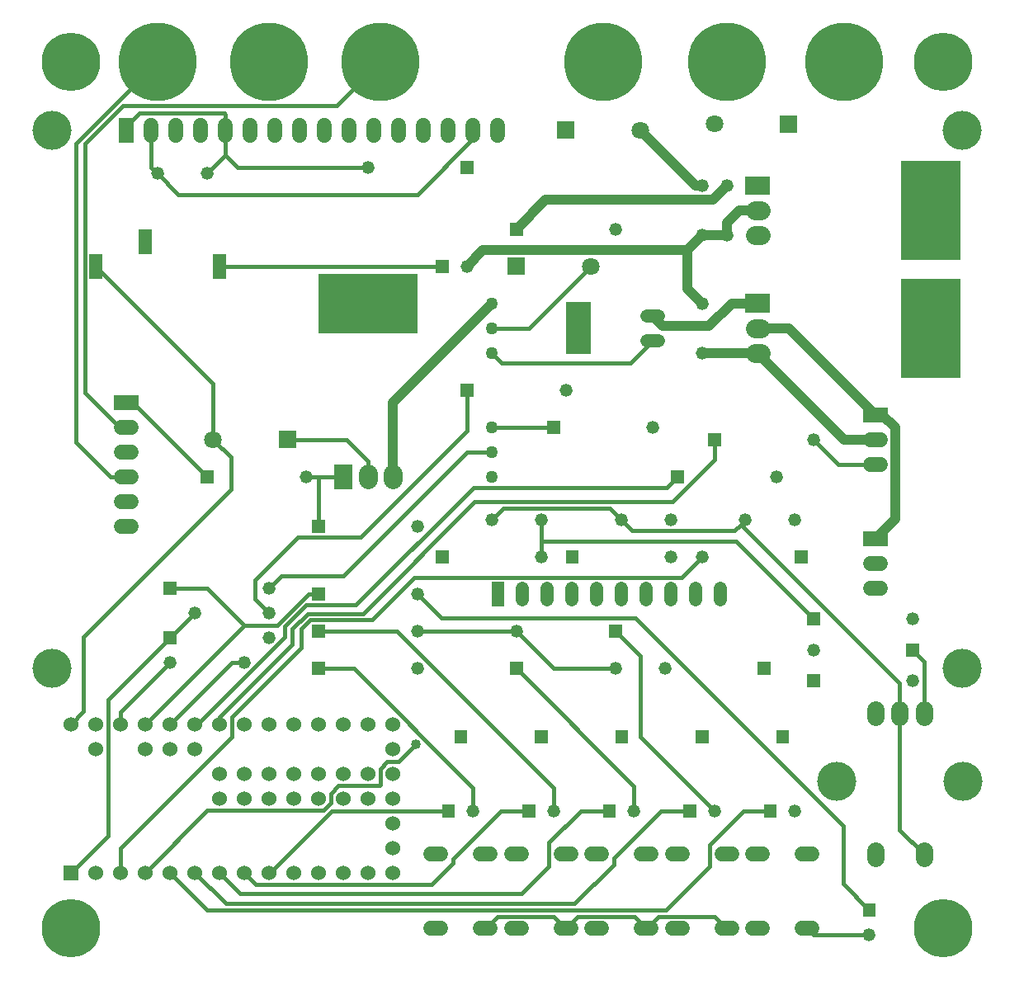
<source format=gbl>
%FSLAX24Y24*%
%MOIN*%
%ADD10C,0.0150*%
%ADD11C,0.0399*%
%ADD12C,0.0400*%
%ADD13C,0.0500*%
%ADD14C,0.0520*%
%ADD15C,0.0591*%
%ADD16C,0.0600*%
%ADD17C,0.0700*%
%ADD18C,0.0709*%
%ADD19C,0.0750*%
%ADD20C,0.1575*%
%ADD21C,0.2362*%
%ADD22C,0.3150*%
D10*
G01X10654Y14458D02*
X10654Y14035D01*
X18000Y22345D02*
X13717Y18062D01*
X33000Y21000D02*
X34500Y21000D01*
X14000Y21135D02*
X13135Y22000D01*
X8468Y19979D02*
X2522Y14032D01*
X18017Y21500D02*
X13017Y16500D01*
X7510Y2989D02*
X6000Y4500D01*
X8751Y33000D02*
X8250Y33501D01*
X16964Y14786D02*
X24793Y14786D01*
X4000Y5500D02*
X8500Y10000D01*
X5250Y33000D02*
X5499Y32750D01*
X35484Y12148D02*
X35484Y10958D01*
X10943Y14349D02*
X11559Y14964D01*
X6000Y13999D02*
X3500Y11500D01*
X12748Y35498D02*
X14500Y37250D01*
X19000Y25500D02*
X19406Y25093D01*
X15885Y16433D02*
X26682Y16433D01*
X12490Y7691D02*
X12490Y7316D01*
X2562Y23906D02*
X2562Y33946D01*
X20500Y26500D02*
X23000Y29000D01*
X8000Y10793D02*
X10943Y13737D01*
X21522Y2728D02*
X19228Y2728D01*
X10654Y14035D02*
X7119Y10500D01*
X13717Y18062D02*
X11186Y18062D01*
X4500Y23500D02*
X4250Y23500D01*
X26682Y16433D02*
X27500Y17250D01*
X21500Y7937D02*
X21499Y7000D01*
X18274Y20072D02*
X13515Y15313D01*
X7000Y15000D02*
X6000Y13999D01*
X15999Y15750D02*
X16964Y14786D01*
X6343Y31906D02*
X16011Y31906D01*
X8208Y35178D02*
X4778Y35178D01*
X21000Y17875D02*
X28875Y17875D01*
X21999Y2250D02*
X21522Y2728D01*
X9000Y14500D02*
X7500Y16000D01*
X11591Y15750D02*
X10341Y14500D01*
X23927Y5077D02*
X23927Y4820D01*
X10943Y13737D02*
X10943Y14349D01*
X20000Y12749D02*
X24750Y8000D01*
X8830Y3669D02*
X8000Y4500D01*
X7523Y7023D02*
X5000Y4500D01*
X12000Y20500D02*
X11500Y20500D01*
X2215Y21900D02*
X2215Y33965D01*
X15248Y8977D02*
X14776Y8977D01*
X25002Y9997D02*
X28000Y7000D01*
X16564Y4014D02*
X9485Y4014D01*
X23750Y7000D02*
X22599Y7000D01*
X23927Y4820D02*
X22350Y3242D01*
X17443Y4893D02*
X16564Y4014D01*
X24593Y25093D02*
X25500Y26000D01*
X28022Y2728D02*
X25728Y2728D01*
X27822Y5641D02*
X27822Y4772D01*
X11186Y18062D02*
X9437Y16313D01*
X14776Y8977D02*
X14500Y8700D01*
X25850Y7000D02*
X23927Y5077D01*
X7500Y32750D02*
X8250Y33501D01*
X4778Y35178D02*
X4250Y34650D01*
X10000Y4500D02*
X10030Y4500D01*
X18000Y24000D02*
X18000Y22345D01*
X8500Y10779D02*
X11311Y13590D01*
X35484Y6234D02*
X36468Y5250D01*
X20500Y7000D02*
X19385Y7000D01*
X13999Y33000D02*
X8751Y33000D01*
X7500Y16000D02*
X6000Y15999D01*
X13017Y16500D02*
X10500Y16500D01*
X3500Y6000D02*
X2000Y4500D01*
X11311Y14360D02*
X11662Y14712D01*
X8500Y10000D02*
X8500Y10779D01*
X21322Y5723D02*
X21322Y4772D01*
X18250Y7937D02*
X18250Y7000D01*
X11662Y14712D02*
X14165Y14712D01*
X21000Y18750D02*
X21000Y17875D01*
X17000Y29000D02*
X8000Y29000D01*
X25250Y2250D02*
X24772Y2728D01*
X12530Y7000D02*
X17249Y7000D01*
X13135Y22000D02*
X10750Y22000D01*
X2522Y14032D02*
X2522Y11022D01*
X25728Y2728D02*
X25250Y2250D01*
X2215Y33965D02*
X5500Y37250D01*
X9437Y15562D02*
X10000Y15000D01*
X8500Y13000D02*
X6000Y10500D01*
X11510Y15313D02*
X10654Y14458D01*
X30250Y7000D02*
X29181Y7000D01*
X4250Y20500D02*
X3615Y20500D01*
X29066Y18566D02*
X29250Y18750D01*
X26072Y20072D02*
X18274Y20072D01*
X3969Y22500D02*
X2562Y23906D01*
X35484Y10958D02*
X35484Y6234D01*
X13515Y15313D02*
X11510Y15313D01*
X19467Y19217D02*
X23783Y19217D01*
X17443Y5057D02*
X17443Y4893D01*
X12000Y15750D02*
X11591Y15750D01*
X19385Y7000D02*
X17443Y5057D01*
X5250Y34499D02*
X5250Y33000D01*
X8250Y35136D02*
X8208Y35178D01*
X4000Y4500D02*
X4000Y5500D01*
X12000Y14250D02*
X15186Y14250D01*
X8257Y3242D02*
X7000Y4500D01*
X3615Y20500D02*
X2215Y21900D01*
X8000Y10500D02*
X8000Y10793D01*
X19000Y26500D02*
X20500Y26500D01*
X26499Y20500D02*
X26072Y20072D01*
X6000Y13000D02*
X4000Y11000D01*
X21000Y17875D02*
X21000Y17249D01*
X19000Y21500D02*
X18017Y21500D01*
X11311Y13590D02*
X11311Y14360D01*
X14165Y14712D02*
X15885Y16433D01*
X7750Y22000D02*
X8468Y21282D01*
X20000Y14250D02*
X15999Y14250D01*
X9000Y13000D02*
X8500Y13000D01*
X27822Y4772D02*
X26039Y2989D01*
X29066Y18566D02*
X35484Y12148D01*
X28500Y2250D02*
X28022Y2728D01*
X16011Y31906D02*
X18250Y34145D01*
X28875Y17875D02*
X32000Y14749D01*
X34250Y1999D02*
X32001Y2000D01*
X14458Y8022D02*
X12821Y8022D01*
X29181Y7000D02*
X27822Y5641D01*
X10030Y4500D02*
X12530Y7000D01*
X21322Y4772D02*
X20219Y3669D01*
X7750Y24249D02*
X3000Y29000D01*
X24772Y2728D02*
X22477Y2728D01*
X12198Y7023D02*
X7523Y7023D01*
X24250Y18750D02*
X24687Y18313D01*
X9437Y16313D02*
X9437Y15562D01*
X12000Y12749D02*
X13437Y12750D01*
X19000Y22500D02*
X21499Y22500D01*
X32001Y2000D02*
X31750Y2250D01*
X22599Y7000D02*
X21322Y5723D01*
X7119Y10500D02*
X7000Y10500D01*
X33200Y6379D02*
X33200Y4049D01*
X10341Y14500D02*
X9000Y14500D01*
X20219Y3669D02*
X8830Y3669D01*
X23783Y19217D02*
X24250Y18750D01*
X22477Y2728D02*
X21999Y2250D01*
X13796Y14964D02*
X18321Y19489D01*
X4115Y35498D02*
X12748Y35498D01*
X26313Y19489D02*
X28000Y21175D01*
X33200Y4049D02*
X34250Y2999D01*
X13000Y20500D02*
X12000Y20500D01*
X7750Y22000D02*
X7750Y24249D01*
X32000Y22000D02*
X33000Y21000D01*
X14000Y20500D02*
X14000Y21135D01*
X36468Y13031D02*
X36468Y10958D01*
X21500Y12750D02*
X24000Y12749D01*
X9485Y4014D02*
X9000Y4500D01*
X22350Y3242D02*
X8257Y3242D01*
X3500Y11500D02*
X3500Y6000D01*
X12000Y20500D02*
X12000Y18500D01*
X9000Y14500D02*
X5000Y10500D01*
X11559Y14964D02*
X13796Y14964D01*
X28813Y18313D02*
X29066Y18566D01*
X8250Y34499D02*
X8250Y35136D01*
X24793Y14786D02*
X33200Y6379D01*
X2562Y33946D02*
X4115Y35498D01*
X4000Y11000D02*
X4000Y10500D01*
X8250Y33501D02*
X8250Y34499D01*
X24750Y8000D02*
X24750Y7000D01*
X10500Y16500D02*
X10000Y15999D01*
X25002Y13248D02*
X25002Y9997D01*
X15954Y9683D02*
X15248Y8977D01*
X18250Y34145D02*
X18250Y34499D01*
X13437Y12750D02*
X18250Y7937D01*
X15186Y14250D02*
X21500Y7937D01*
X4250Y22500D02*
X3969Y22500D01*
X24687Y18313D02*
X28813Y18313D01*
X14500Y8700D02*
X14500Y8064D01*
X19000Y18750D02*
X19467Y19217D01*
X19406Y25093D02*
X24593Y25093D01*
X20000Y14250D02*
X21500Y12750D01*
X8468Y21282D02*
X8468Y19979D01*
X27000Y7000D02*
X25850Y7000D01*
X12821Y8022D02*
X12490Y7691D01*
X18321Y19489D02*
X26313Y19489D01*
X19228Y2728D02*
X18750Y2250D01*
X5499Y32750D02*
X6343Y31906D01*
X14500Y8064D02*
X14458Y8022D01*
X36000Y13500D02*
X36468Y13031D01*
X12490Y7316D02*
X12198Y7023D01*
X7500Y20500D02*
X4500Y23500D01*
X2522Y11022D02*
X2000Y10500D01*
X28000Y21175D02*
X28000Y22000D01*
X4250Y34650D02*
X4250Y34499D01*
X26039Y2989D02*
X7510Y2989D01*
X24000Y14250D02*
X25002Y13248D01*
D11*
G01X18000Y29000D02*
X18656Y29656D01*
X27249Y32250D02*
X25000Y34500D01*
X29750Y25500D02*
X33250Y22000D01*
X26905Y28094D02*
X27500Y27500D01*
X31000Y26500D02*
X34500Y23000D01*
X27500Y30250D02*
X28500Y30250D01*
X26905Y29656D02*
X26905Y28094D01*
X21188Y31688D02*
X27938Y31688D01*
X34500Y18000D02*
X35301Y18801D01*
X26905Y29656D02*
X27500Y30250D01*
X15000Y23500D02*
X15000Y20500D01*
X28500Y30750D02*
X29000Y31250D01*
X35301Y18801D02*
X35301Y22486D01*
X19000Y27500D02*
X15000Y23500D01*
X27938Y31688D02*
X28500Y32250D01*
X35301Y22486D02*
X34788Y23000D01*
X29750Y26500D02*
X31000Y26500D01*
X27772Y26578D02*
X28694Y27500D01*
X27500Y25500D02*
X29750Y25500D01*
X28694Y27500D02*
X29750Y27500D01*
X20000Y30500D02*
X21188Y31688D01*
X33250Y22000D02*
X34500Y22000D01*
X25500Y27000D02*
X25921Y26578D01*
X29000Y31250D02*
X29750Y31250D01*
X34788Y23000D02*
X34500Y23000D01*
X27500Y32250D02*
X27249Y32250D01*
X18656Y29656D02*
X26905Y29656D01*
X25921Y26578D02*
X27772Y26578D01*
X28500Y30250D02*
X28500Y30750D01*
D12*
G01X15954Y9683D03*
D13*
G01X19000Y26500D03*
X19000Y27500D03*
X19000Y25500D03*
X19000Y21500D03*
X19000Y22500D03*
X19000Y20500D03*
D14*
G01X18250Y7000D03*
X36000Y12249D03*
X32000Y13500D03*
X24250Y18750D03*
X26250Y18750D03*
X30500Y20500D03*
X10000Y16000D03*
X24750Y7000D03*
X16000Y15750D03*
X27500Y27500D03*
X27500Y25500D03*
X28500Y30250D03*
X28500Y32250D03*
X26250Y17250D03*
X16000Y12749D03*
X29250Y18750D03*
X31250Y18750D03*
X24000Y30500D03*
X34250Y1999D03*
X13999Y33000D03*
X27500Y30250D03*
X27500Y32250D03*
X10000Y13999D03*
X21499Y7000D03*
X31250Y7000D03*
X7500Y32750D03*
X5499Y32750D03*
X18000Y29000D03*
X10000Y15000D03*
X7000Y15000D03*
X32000Y22000D03*
X21000Y17250D03*
X11500Y20500D03*
X25500Y22500D03*
X27500Y17250D03*
X22000Y24000D03*
X36000Y14750D03*
X28000Y7000D03*
X16000Y18500D03*
X19000Y18750D03*
X21000Y18750D03*
X26000Y12750D03*
X24000Y12749D03*
X20000Y14250D03*
X6000Y13000D03*
X9000Y13000D03*
X16000Y14250D03*
X25260Y26000D02*
X25740Y26000D01*
X25260Y27000D02*
X25740Y27000D01*
X20250Y15510D02*
X20250Y15990D01*
X24250Y15510D02*
X24250Y15990D01*
X25250Y15510D02*
X25250Y15990D01*
X23250Y15510D02*
X23250Y15990D01*
X26250Y15510D02*
X26250Y15990D01*
X28250Y15510D02*
X28250Y15990D01*
X27250Y15510D02*
X27250Y15990D01*
X21250Y15510D02*
X21250Y15990D01*
X22250Y15510D02*
X22250Y15990D01*
D15*
G01X14250Y34295D02*
X14250Y34704D01*
X9250Y34295D02*
X9250Y34704D01*
X7250Y34295D02*
X7250Y34704D01*
X12250Y34295D02*
X12250Y34704D01*
X19250Y34295D02*
X19250Y34704D01*
X6250Y34295D02*
X6250Y34704D01*
X8250Y34295D02*
X8250Y34704D01*
X11250Y34295D02*
X11250Y34704D01*
X16250Y34295D02*
X16250Y34704D01*
X15250Y34295D02*
X15250Y34704D01*
X5250Y34295D02*
X5250Y34704D01*
X18250Y34295D02*
X18250Y34704D01*
X17250Y34295D02*
X17250Y34704D01*
X10250Y34295D02*
X10250Y34704D01*
X13250Y34295D02*
X13250Y34704D01*
D16*
G01X11000Y4500D03*
X14000Y7500D03*
X3000Y4500D03*
X3000Y9500D03*
X14000Y4500D03*
X8000Y4500D03*
X13000Y8500D03*
X15000Y8500D03*
X11000Y10500D03*
X4000Y10500D03*
X15000Y10500D03*
X12000Y7500D03*
X9000Y7500D03*
X15000Y4500D03*
X12000Y10500D03*
X6000Y9500D03*
X7000Y10500D03*
X6000Y10500D03*
X13000Y4500D03*
X10000Y8500D03*
X3000Y10500D03*
X13000Y10500D03*
X5000Y10500D03*
X15000Y7500D03*
X11000Y7500D03*
X7000Y9500D03*
X12000Y8500D03*
X9000Y8500D03*
X13000Y7500D03*
X10000Y7500D03*
X5000Y4500D03*
X15000Y9500D03*
X15000Y5500D03*
X15000Y6500D03*
X5000Y9500D03*
X10000Y4500D03*
X7000Y4500D03*
X9000Y10500D03*
X8000Y8500D03*
X8000Y7500D03*
X14000Y8500D03*
X4000Y4500D03*
X6000Y4500D03*
X8000Y10500D03*
X11000Y8500D03*
X10000Y10500D03*
X12000Y4500D03*
X9000Y4500D03*
X14000Y10500D03*
X2000Y10500D03*
X31950Y5250D02*
X31550Y5250D01*
X31950Y2250D02*
X31550Y2250D01*
X29950Y5250D02*
X29550Y5250D01*
X29950Y2250D02*
X29550Y2250D01*
X34300Y16000D02*
X34700Y16000D01*
X34300Y17000D02*
X34700Y17000D01*
X25450Y5250D02*
X25050Y5250D01*
X25450Y2250D02*
X25050Y2250D01*
X23450Y5250D02*
X23050Y5250D01*
X23450Y2250D02*
X23050Y2250D01*
X18950Y5250D02*
X18550Y5250D01*
X18950Y2250D02*
X18550Y2250D01*
X16950Y5250D02*
X16550Y5250D01*
X16950Y2250D02*
X16550Y2250D01*
X34300Y21000D02*
X34700Y21000D01*
X34300Y22000D02*
X34700Y22000D01*
X4450Y19499D02*
X4050Y19499D01*
X4450Y18500D02*
X4050Y18500D01*
X4450Y21499D02*
X4050Y21499D01*
X4450Y20500D02*
X4050Y20500D01*
X4450Y22500D02*
X4050Y22500D01*
X28699Y5250D02*
X28300Y5250D01*
X28699Y2250D02*
X28300Y2250D01*
X26700Y5250D02*
X26300Y5250D01*
X26700Y2250D02*
X26300Y2250D01*
X22199Y5250D02*
X21799Y5250D01*
X22199Y2250D02*
X21799Y2250D01*
X20200Y5250D02*
X19800Y5250D01*
X20200Y2250D02*
X19800Y2250D01*
D17*
G01X36468Y5100D02*
X36468Y5399D01*
X34500Y10808D02*
X34500Y11108D01*
X34500Y5100D02*
X34500Y5399D01*
X36468Y10808D02*
X36468Y11108D01*
X35484Y10808D02*
X35484Y11108D01*
D18*
G01X7750Y22000D03*
X28000Y34749D03*
X23000Y29000D03*
X25000Y34500D03*
D19*
G01X14000Y20375D02*
X14000Y20625D01*
X15000Y20375D02*
X15000Y20625D01*
X29625Y30250D02*
X29875Y30250D01*
X29625Y31250D02*
X29875Y31250D01*
X29625Y25500D02*
X29875Y25500D01*
X29625Y26500D02*
X29875Y26500D01*
D20*
G01X1250Y12750D03*
X38000Y12750D03*
X1250Y34500D03*
X38000Y34500D03*
X32925Y8202D03*
X38043Y8202D03*
D21*
G01X37250Y37250D03*
X2000Y2250D03*
X37250Y2250D03*
X2000Y37250D03*
D22*
G01X23500Y37250D03*
X14500Y37250D03*
X33250Y37250D03*
X10000Y37250D03*
X28500Y37250D03*
X5500Y37250D03*
G36*
X17510Y7260D02*G01*
X16990Y7260D01*X16990Y6740D01*X17510Y6740D01*G37*
G36*
X23000Y26550D02*G01*
X22000Y26550D01*X22000Y25450D01*X23000Y25450D01*G37*
G36*
X23000Y27550D02*G01*
X22000Y27550D01*X22000Y26450D01*X23000Y26450D01*G37*
G36*
X32260Y12510D02*G01*
X31740Y12510D01*X31740Y11990D01*X32260Y11990D01*G37*
G36*
X2300Y4800D02*G01*
X1700Y4800D01*X1700Y4200D01*X2300Y4200D01*G37*
G36*
X4740Y29500D02*G01*
X5260Y29500D01*X5260Y30500D01*X4740Y30500D01*G37*
G36*
X7740Y28500D02*G01*
X8260Y28500D01*X8260Y29500D01*X7740Y29500D01*G37*
G36*
X2740Y28500D02*G01*
X3260Y28500D01*X3260Y29500D01*X2740Y29500D01*G37*
G36*
X10395Y21645D02*G01*
X11104Y21645D01*X11104Y22354D01*X10395Y22354D01*G37*
G36*
X35740Y13240D02*G01*
X36260Y13240D01*X36260Y13760D01*X35740Y13760D01*G37*
G36*
X21260Y10260D02*G01*
X20740Y10260D01*X20740Y9740D01*X21260Y9740D01*G37*
G36*
X26760Y20760D02*G01*
X26240Y20760D01*X26240Y20240D01*X26760Y20240D01*G37*
G36*
X35000Y17700D02*G01*
X35000Y18300D01*X34000Y18300D01*X34000Y17700D01*G37*
G36*
X6260Y16260D02*G01*
X5740Y16260D01*X5740Y15740D01*X6260Y15740D01*G37*
G36*
X24010Y7260D02*G01*
X23490Y7260D01*X23490Y6740D01*X24010Y6740D01*G37*
G36*
X12259Y16010D02*G01*
X11739Y16010D01*X11739Y15490D01*X12259Y15490D01*G37*
G36*
X18010Y10260D02*G01*
X17490Y10260D01*X17490Y9740D01*X18010Y9740D01*G37*
G36*
X35000Y22700D02*G01*
X35000Y23300D01*X34000Y23300D01*X34000Y22700D01*G37*
G36*
X22510Y17510D02*G01*
X21990Y17510D01*X21990Y16990D01*X22510Y16990D01*G37*
G36*
X12259Y13010D02*G01*
X11739Y13010D01*X11739Y12490D01*X12259Y12490D01*G37*
G36*
X31010Y10260D02*G01*
X30490Y10260D01*X30490Y9740D01*X31010Y9740D01*G37*
G36*
X16000Y28700D02*G01*
X12000Y28700D01*X12000Y26300D01*X16000Y26300D01*G37*
G36*
X13375Y21000D02*G01*
X12625Y21000D01*X12625Y20000D01*X13375Y20000D01*G37*
G36*
X20260Y30760D02*G01*
X19740Y30760D01*X19740Y30240D01*X20260Y30240D01*G37*
G36*
X4545Y35000D02*G01*
X3954Y35000D01*X3954Y34000D01*X4545Y34000D01*G37*
G36*
X34510Y2739D02*G01*
X34510Y3259D01*X33990Y3259D01*X33990Y2739D01*G37*
G36*
X17739Y32740D02*G01*
X18259Y32740D01*X18259Y33260D01*X17739Y33260D01*G37*
G36*
X6260Y14260D02*G01*
X5740Y14260D01*X5740Y13740D01*X6260Y13740D01*G37*
G36*
X3750Y23799D02*G01*
X3750Y23200D01*X4750Y23200D01*X4750Y23799D01*G37*
G36*
X30645Y34395D02*G01*
X31354Y34395D01*X31354Y35104D01*X30645Y35104D01*G37*
G36*
X20759Y7260D02*G01*
X20239Y7260D01*X20239Y6740D01*X20759Y6740D01*G37*
G36*
X20354Y29354D02*G01*
X19645Y29354D01*X19645Y28645D01*X20354Y28645D01*G37*
G36*
X30510Y7260D02*G01*
X29990Y7260D01*X29990Y6740D01*X30510Y6740D01*G37*
G36*
X24510Y10260D02*G01*
X23990Y10260D01*X23990Y9740D01*X24510Y9740D01*G37*
G36*
X17260Y29260D02*G01*
X16740Y29260D01*X16740Y28740D01*X17260Y28740D01*G37*
G36*
X27760Y10260D02*G01*
X27240Y10260D01*X27240Y9740D01*X27760Y9740D01*G37*
G36*
X28260Y22260D02*G01*
X27740Y22260D01*X27740Y21740D01*X28260Y21740D01*G37*
G36*
X30250Y31875D02*G01*
X30250Y32625D01*X29250Y32625D01*X29250Y31875D01*G37*
G36*
X37950Y29250D02*G01*
X37950Y33250D01*X35550Y33250D01*X35550Y29250D01*G37*
G36*
X22354Y34854D02*G01*
X21645Y34854D01*X21645Y34145D01*X22354Y34145D01*G37*
G36*
X17260Y17510D02*G01*
X16740Y17510D01*X16740Y16990D01*X17260Y16990D01*G37*
G36*
X7760Y20760D02*G01*
X7240Y20760D01*X7240Y20240D01*X7760Y20240D01*G37*
G36*
X21760Y22760D02*G01*
X21240Y22760D01*X21240Y22240D01*X21760Y22240D01*G37*
G36*
X31240Y16990D02*G01*
X31760Y16990D01*X31760Y17510D01*X31240Y17510D01*G37*
G36*
X18260Y24260D02*G01*
X17740Y24260D01*X17740Y23740D01*X18260Y23740D01*G37*
G36*
X32260Y15010D02*G01*
X31740Y15010D01*X31740Y14490D01*X32260Y14490D01*G37*
G36*
X27260Y7260D02*G01*
X26740Y7260D01*X26740Y6740D01*X27260Y6740D01*G37*
G36*
X12259Y18760D02*G01*
X11739Y18760D01*X11739Y18240D01*X12259Y18240D01*G37*
G36*
X29740Y12490D02*G01*
X30260Y12490D01*X30260Y13010D01*X29740Y13010D01*G37*
G36*
X20260Y13010D02*G01*
X19740Y13010D01*X19740Y12490D01*X20260Y12490D01*G37*
G36*
X23740Y13990D02*G01*
X24260Y13990D01*X24260Y14510D01*X23740Y14510D01*G37*
G36*
X12259Y14510D02*G01*
X11739Y14510D01*X11739Y13990D01*X12259Y13990D01*G37*
G36*
X19510Y16250D02*G01*
X18990Y16250D01*X18990Y15250D01*X19510Y15250D01*G37*
G36*
X30250Y27125D02*G01*
X30250Y27875D01*X29250Y27875D01*X29250Y27125D01*G37*
G36*
X37950Y24500D02*G01*
X37950Y28500D01*X35550Y28500D01*X35550Y24500D01*G37*
M02*

</source>
